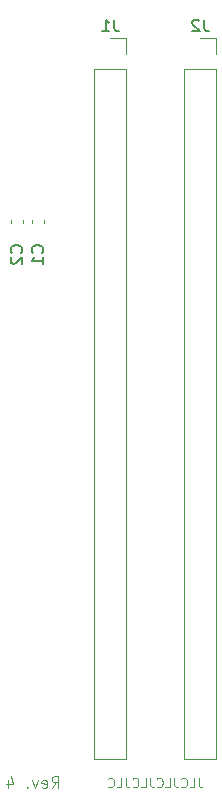
<source format=gbr>
G04 #@! TF.GenerationSoftware,KiCad,Pcbnew,7.0.11+dfsg-1build4*
G04 #@! TF.CreationDate,2024-10-25T09:25:24+09:00*
G04 #@! TF.ProjectId,bionic-mc6801,62696f6e-6963-42d6-9d63-363830312e6b,4*
G04 #@! TF.SameCoordinates,Original*
G04 #@! TF.FileFunction,Legend,Bot*
G04 #@! TF.FilePolarity,Positive*
%FSLAX46Y46*%
G04 Gerber Fmt 4.6, Leading zero omitted, Abs format (unit mm)*
G04 Created by KiCad (PCBNEW 7.0.11+dfsg-1build4) date 2024-10-25 09:25:24*
%MOMM*%
%LPD*%
G01*
G04 APERTURE LIST*
%ADD10C,0.125000*%
%ADD11C,0.100000*%
%ADD12C,0.150000*%
%ADD13C,0.120000*%
G04 APERTURE END LIST*
D10*
X106204240Y-137258119D02*
X106537573Y-136781928D01*
X106775668Y-137258119D02*
X106775668Y-136258119D01*
X106775668Y-136258119D02*
X106394716Y-136258119D01*
X106394716Y-136258119D02*
X106299478Y-136305738D01*
X106299478Y-136305738D02*
X106251859Y-136353357D01*
X106251859Y-136353357D02*
X106204240Y-136448595D01*
X106204240Y-136448595D02*
X106204240Y-136591452D01*
X106204240Y-136591452D02*
X106251859Y-136686690D01*
X106251859Y-136686690D02*
X106299478Y-136734309D01*
X106299478Y-136734309D02*
X106394716Y-136781928D01*
X106394716Y-136781928D02*
X106775668Y-136781928D01*
X105394716Y-137210500D02*
X105489954Y-137258119D01*
X105489954Y-137258119D02*
X105680430Y-137258119D01*
X105680430Y-137258119D02*
X105775668Y-137210500D01*
X105775668Y-137210500D02*
X105823287Y-137115261D01*
X105823287Y-137115261D02*
X105823287Y-136734309D01*
X105823287Y-136734309D02*
X105775668Y-136639071D01*
X105775668Y-136639071D02*
X105680430Y-136591452D01*
X105680430Y-136591452D02*
X105489954Y-136591452D01*
X105489954Y-136591452D02*
X105394716Y-136639071D01*
X105394716Y-136639071D02*
X105347097Y-136734309D01*
X105347097Y-136734309D02*
X105347097Y-136829547D01*
X105347097Y-136829547D02*
X105823287Y-136924785D01*
X105013763Y-136591452D02*
X104775668Y-137258119D01*
X104775668Y-137258119D02*
X104537573Y-136591452D01*
X104156620Y-137162880D02*
X104109001Y-137210500D01*
X104109001Y-137210500D02*
X104156620Y-137258119D01*
X104156620Y-137258119D02*
X104204239Y-137210500D01*
X104204239Y-137210500D02*
X104156620Y-137162880D01*
X104156620Y-137162880D02*
X104156620Y-137258119D01*
X102489954Y-136591452D02*
X102489954Y-137258119D01*
X102728049Y-136210500D02*
X102966144Y-136924785D01*
X102966144Y-136924785D02*
X102347097Y-136924785D01*
D11*
X118665238Y-136406895D02*
X118665238Y-136978323D01*
X118665238Y-136978323D02*
X118703333Y-137092609D01*
X118703333Y-137092609D02*
X118779524Y-137168800D01*
X118779524Y-137168800D02*
X118893809Y-137206895D01*
X118893809Y-137206895D02*
X118970000Y-137206895D01*
X117903333Y-137206895D02*
X118284285Y-137206895D01*
X118284285Y-137206895D02*
X118284285Y-136406895D01*
X117179523Y-137130704D02*
X117217619Y-137168800D01*
X117217619Y-137168800D02*
X117331904Y-137206895D01*
X117331904Y-137206895D02*
X117408095Y-137206895D01*
X117408095Y-137206895D02*
X117522381Y-137168800D01*
X117522381Y-137168800D02*
X117598571Y-137092609D01*
X117598571Y-137092609D02*
X117636666Y-137016419D01*
X117636666Y-137016419D02*
X117674762Y-136864038D01*
X117674762Y-136864038D02*
X117674762Y-136749752D01*
X117674762Y-136749752D02*
X117636666Y-136597371D01*
X117636666Y-136597371D02*
X117598571Y-136521180D01*
X117598571Y-136521180D02*
X117522381Y-136444990D01*
X117522381Y-136444990D02*
X117408095Y-136406895D01*
X117408095Y-136406895D02*
X117331904Y-136406895D01*
X117331904Y-136406895D02*
X117217619Y-136444990D01*
X117217619Y-136444990D02*
X117179523Y-136483085D01*
X116608095Y-136406895D02*
X116608095Y-136978323D01*
X116608095Y-136978323D02*
X116646190Y-137092609D01*
X116646190Y-137092609D02*
X116722381Y-137168800D01*
X116722381Y-137168800D02*
X116836666Y-137206895D01*
X116836666Y-137206895D02*
X116912857Y-137206895D01*
X115846190Y-137206895D02*
X116227142Y-137206895D01*
X116227142Y-137206895D02*
X116227142Y-136406895D01*
X115122380Y-137130704D02*
X115160476Y-137168800D01*
X115160476Y-137168800D02*
X115274761Y-137206895D01*
X115274761Y-137206895D02*
X115350952Y-137206895D01*
X115350952Y-137206895D02*
X115465238Y-137168800D01*
X115465238Y-137168800D02*
X115541428Y-137092609D01*
X115541428Y-137092609D02*
X115579523Y-137016419D01*
X115579523Y-137016419D02*
X115617619Y-136864038D01*
X115617619Y-136864038D02*
X115617619Y-136749752D01*
X115617619Y-136749752D02*
X115579523Y-136597371D01*
X115579523Y-136597371D02*
X115541428Y-136521180D01*
X115541428Y-136521180D02*
X115465238Y-136444990D01*
X115465238Y-136444990D02*
X115350952Y-136406895D01*
X115350952Y-136406895D02*
X115274761Y-136406895D01*
X115274761Y-136406895D02*
X115160476Y-136444990D01*
X115160476Y-136444990D02*
X115122380Y-136483085D01*
X114550952Y-136406895D02*
X114550952Y-136978323D01*
X114550952Y-136978323D02*
X114589047Y-137092609D01*
X114589047Y-137092609D02*
X114665238Y-137168800D01*
X114665238Y-137168800D02*
X114779523Y-137206895D01*
X114779523Y-137206895D02*
X114855714Y-137206895D01*
X113789047Y-137206895D02*
X114169999Y-137206895D01*
X114169999Y-137206895D02*
X114169999Y-136406895D01*
X113065237Y-137130704D02*
X113103333Y-137168800D01*
X113103333Y-137168800D02*
X113217618Y-137206895D01*
X113217618Y-137206895D02*
X113293809Y-137206895D01*
X113293809Y-137206895D02*
X113408095Y-137168800D01*
X113408095Y-137168800D02*
X113484285Y-137092609D01*
X113484285Y-137092609D02*
X113522380Y-137016419D01*
X113522380Y-137016419D02*
X113560476Y-136864038D01*
X113560476Y-136864038D02*
X113560476Y-136749752D01*
X113560476Y-136749752D02*
X113522380Y-136597371D01*
X113522380Y-136597371D02*
X113484285Y-136521180D01*
X113484285Y-136521180D02*
X113408095Y-136444990D01*
X113408095Y-136444990D02*
X113293809Y-136406895D01*
X113293809Y-136406895D02*
X113217618Y-136406895D01*
X113217618Y-136406895D02*
X113103333Y-136444990D01*
X113103333Y-136444990D02*
X113065237Y-136483085D01*
X112493809Y-136406895D02*
X112493809Y-136978323D01*
X112493809Y-136978323D02*
X112531904Y-137092609D01*
X112531904Y-137092609D02*
X112608095Y-137168800D01*
X112608095Y-137168800D02*
X112722380Y-137206895D01*
X112722380Y-137206895D02*
X112798571Y-137206895D01*
X111731904Y-137206895D02*
X112112856Y-137206895D01*
X112112856Y-137206895D02*
X112112856Y-136406895D01*
X111008094Y-137130704D02*
X111046190Y-137168800D01*
X111046190Y-137168800D02*
X111160475Y-137206895D01*
X111160475Y-137206895D02*
X111236666Y-137206895D01*
X111236666Y-137206895D02*
X111350952Y-137168800D01*
X111350952Y-137168800D02*
X111427142Y-137092609D01*
X111427142Y-137092609D02*
X111465237Y-137016419D01*
X111465237Y-137016419D02*
X111503333Y-136864038D01*
X111503333Y-136864038D02*
X111503333Y-136749752D01*
X111503333Y-136749752D02*
X111465237Y-136597371D01*
X111465237Y-136597371D02*
X111427142Y-136521180D01*
X111427142Y-136521180D02*
X111350952Y-136444990D01*
X111350952Y-136444990D02*
X111236666Y-136406895D01*
X111236666Y-136406895D02*
X111160475Y-136406895D01*
X111160475Y-136406895D02*
X111046190Y-136444990D01*
X111046190Y-136444990D02*
X111008094Y-136483085D01*
D12*
X105423580Y-91931333D02*
X105471200Y-91883714D01*
X105471200Y-91883714D02*
X105518819Y-91740857D01*
X105518819Y-91740857D02*
X105518819Y-91645619D01*
X105518819Y-91645619D02*
X105471200Y-91502762D01*
X105471200Y-91502762D02*
X105375961Y-91407524D01*
X105375961Y-91407524D02*
X105280723Y-91359905D01*
X105280723Y-91359905D02*
X105090247Y-91312286D01*
X105090247Y-91312286D02*
X104947390Y-91312286D01*
X104947390Y-91312286D02*
X104756914Y-91359905D01*
X104756914Y-91359905D02*
X104661676Y-91407524D01*
X104661676Y-91407524D02*
X104566438Y-91502762D01*
X104566438Y-91502762D02*
X104518819Y-91645619D01*
X104518819Y-91645619D02*
X104518819Y-91740857D01*
X104518819Y-91740857D02*
X104566438Y-91883714D01*
X104566438Y-91883714D02*
X104614057Y-91931333D01*
X105518819Y-92883714D02*
X105518819Y-92312286D01*
X105518819Y-92598000D02*
X104518819Y-92598000D01*
X104518819Y-92598000D02*
X104661676Y-92502762D01*
X104661676Y-92502762D02*
X104756914Y-92407524D01*
X104756914Y-92407524D02*
X104804533Y-92312286D01*
X119113333Y-72204819D02*
X119113333Y-72919104D01*
X119113333Y-72919104D02*
X119160952Y-73061961D01*
X119160952Y-73061961D02*
X119256190Y-73157200D01*
X119256190Y-73157200D02*
X119399047Y-73204819D01*
X119399047Y-73204819D02*
X119494285Y-73204819D01*
X118684761Y-72300057D02*
X118637142Y-72252438D01*
X118637142Y-72252438D02*
X118541904Y-72204819D01*
X118541904Y-72204819D02*
X118303809Y-72204819D01*
X118303809Y-72204819D02*
X118208571Y-72252438D01*
X118208571Y-72252438D02*
X118160952Y-72300057D01*
X118160952Y-72300057D02*
X118113333Y-72395295D01*
X118113333Y-72395295D02*
X118113333Y-72490533D01*
X118113333Y-72490533D02*
X118160952Y-72633390D01*
X118160952Y-72633390D02*
X118732380Y-73204819D01*
X118732380Y-73204819D02*
X118113333Y-73204819D01*
X103645580Y-91931333D02*
X103693200Y-91883714D01*
X103693200Y-91883714D02*
X103740819Y-91740857D01*
X103740819Y-91740857D02*
X103740819Y-91645619D01*
X103740819Y-91645619D02*
X103693200Y-91502762D01*
X103693200Y-91502762D02*
X103597961Y-91407524D01*
X103597961Y-91407524D02*
X103502723Y-91359905D01*
X103502723Y-91359905D02*
X103312247Y-91312286D01*
X103312247Y-91312286D02*
X103169390Y-91312286D01*
X103169390Y-91312286D02*
X102978914Y-91359905D01*
X102978914Y-91359905D02*
X102883676Y-91407524D01*
X102883676Y-91407524D02*
X102788438Y-91502762D01*
X102788438Y-91502762D02*
X102740819Y-91645619D01*
X102740819Y-91645619D02*
X102740819Y-91740857D01*
X102740819Y-91740857D02*
X102788438Y-91883714D01*
X102788438Y-91883714D02*
X102836057Y-91931333D01*
X102836057Y-92312286D02*
X102788438Y-92359905D01*
X102788438Y-92359905D02*
X102740819Y-92455143D01*
X102740819Y-92455143D02*
X102740819Y-92693238D01*
X102740819Y-92693238D02*
X102788438Y-92788476D01*
X102788438Y-92788476D02*
X102836057Y-92836095D01*
X102836057Y-92836095D02*
X102931295Y-92883714D01*
X102931295Y-92883714D02*
X103026533Y-92883714D01*
X103026533Y-92883714D02*
X103169390Y-92836095D01*
X103169390Y-92836095D02*
X103740819Y-92264667D01*
X103740819Y-92264667D02*
X103740819Y-92883714D01*
X111493333Y-72204819D02*
X111493333Y-72919104D01*
X111493333Y-72919104D02*
X111540952Y-73061961D01*
X111540952Y-73061961D02*
X111636190Y-73157200D01*
X111636190Y-73157200D02*
X111779047Y-73204819D01*
X111779047Y-73204819D02*
X111874285Y-73204819D01*
X110493333Y-73204819D02*
X111064761Y-73204819D01*
X110779047Y-73204819D02*
X110779047Y-72204819D01*
X110779047Y-72204819D02*
X110874285Y-72347676D01*
X110874285Y-72347676D02*
X110969523Y-72442914D01*
X110969523Y-72442914D02*
X111064761Y-72490533D01*
D13*
X104554000Y-89450267D02*
X104554000Y-89157733D01*
X105574000Y-89450267D02*
X105574000Y-89157733D01*
X120110000Y-134830000D02*
X117450000Y-134830000D01*
X120110000Y-76350000D02*
X120110000Y-134830000D01*
X120110000Y-76350000D02*
X117450000Y-76350000D01*
X120110000Y-75080000D02*
X120110000Y-73750000D01*
X120110000Y-73750000D02*
X118780000Y-73750000D01*
X117450000Y-76350000D02*
X117450000Y-134830000D01*
X102776000Y-89450267D02*
X102776000Y-89157733D01*
X103796000Y-89450267D02*
X103796000Y-89157733D01*
X112490000Y-134830000D02*
X109830000Y-134830000D01*
X112490000Y-76350000D02*
X112490000Y-134830000D01*
X112490000Y-76350000D02*
X109830000Y-76350000D01*
X112490000Y-75080000D02*
X112490000Y-73750000D01*
X112490000Y-73750000D02*
X111160000Y-73750000D01*
X109830000Y-76350000D02*
X109830000Y-134830000D01*
M02*

</source>
